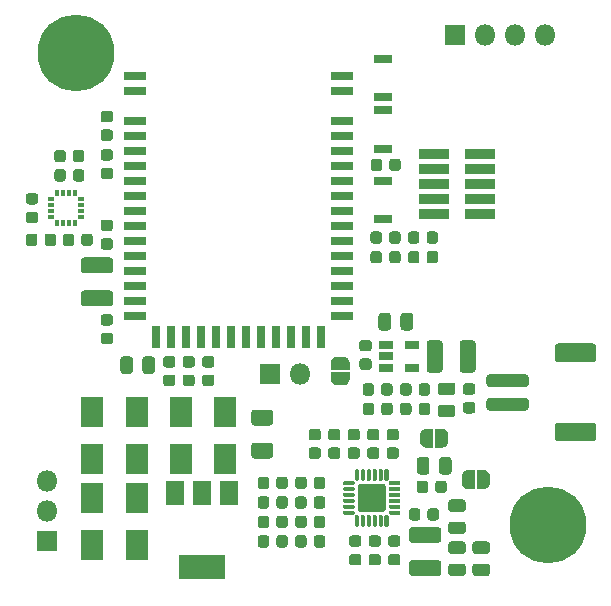
<source format=gbr>
%TF.GenerationSoftware,KiCad,Pcbnew,(5.1.6)-1*%
%TF.CreationDate,2021-05-23T02:10:16+08:00*%
%TF.ProjectId,HKIA_Tracker,484b4941-5f54-4726-9163-6b65722e6b69,rev?*%
%TF.SameCoordinates,Original*%
%TF.FileFunction,Soldermask,Top*%
%TF.FilePolarity,Negative*%
%FSLAX46Y46*%
G04 Gerber Fmt 4.6, Leading zero omitted, Abs format (unit mm)*
G04 Created by KiCad (PCBNEW (5.1.6)-1) date 2021-05-23 02:10:16*
%MOMM*%
%LPD*%
G01*
G04 APERTURE LIST*
%ADD10O,1.800000X1.800000*%
%ADD11R,1.800000X1.800000*%
%ADD12C,6.500000*%
%ADD13R,1.600000X2.100000*%
%ADD14R,3.900000X2.100000*%
%ADD15R,0.400000X0.550000*%
%ADD16R,0.550000X0.400000*%
%ADD17R,1.160000X0.750000*%
%ADD18R,1.900000X0.800000*%
%ADD19R,0.800000X1.900000*%
%ADD20R,1.600000X0.650000*%
%ADD21C,0.100000*%
%ADD22R,2.500000X0.840000*%
%ADD23R,1.900000X2.600000*%
G04 APERTURE END LIST*
D10*
%TO.C,J5*%
X144741900Y-78473300D03*
X142201900Y-78473300D03*
X139661900Y-78473300D03*
D11*
X137121900Y-78473300D03*
%TD*%
D10*
%TO.C,J3*%
X123952000Y-107188000D03*
D11*
X121412000Y-107188000D03*
%TD*%
D12*
%TO.C,H2*%
X105000000Y-80000000D03*
%TD*%
%TO.C,H1*%
X145000000Y-120000000D03*
%TD*%
D10*
%TO.C,J1*%
X102514400Y-116255800D03*
X102514400Y-118795800D03*
D11*
X102514400Y-121335800D03*
%TD*%
D13*
%TO.C,D7*%
X117997000Y-117246000D03*
X113397000Y-117246000D03*
X115697000Y-117246000D03*
D14*
X115697000Y-123546000D03*
%TD*%
D15*
%TO.C,U5*%
X104439500Y-91828500D03*
X103939500Y-91828500D03*
X103439500Y-91828500D03*
X104939500Y-91828500D03*
D16*
X105464500Y-93853500D03*
X105464500Y-92853500D03*
X105464500Y-93353500D03*
X105464500Y-92353500D03*
D15*
X104939500Y-94378500D03*
X104439500Y-94378500D03*
X103939500Y-94378500D03*
X103439500Y-94378500D03*
D16*
X102914500Y-92853500D03*
X102914500Y-93353500D03*
X102914500Y-93853500D03*
X102914500Y-92353500D03*
%TD*%
D17*
%TO.C,U4*%
X133421300Y-104739400D03*
X133421300Y-106639400D03*
X131221300Y-106639400D03*
X131221300Y-105689400D03*
X131221300Y-104739400D03*
%TD*%
%TO.C,U2*%
G36*
G01*
X128623000Y-116128000D02*
X128623000Y-115328000D01*
G75*
G02*
X128710500Y-115240500I87500J0D01*
G01*
X128885500Y-115240500D01*
G75*
G02*
X128973000Y-115328000I0J-87500D01*
G01*
X128973000Y-116128000D01*
G75*
G02*
X128885500Y-116215500I-87500J0D01*
G01*
X128710500Y-116215500D01*
G75*
G02*
X128623000Y-116128000I0J87500D01*
G01*
G37*
G36*
G01*
X129123000Y-116128000D02*
X129123000Y-115328000D01*
G75*
G02*
X129210500Y-115240500I87500J0D01*
G01*
X129385500Y-115240500D01*
G75*
G02*
X129473000Y-115328000I0J-87500D01*
G01*
X129473000Y-116128000D01*
G75*
G02*
X129385500Y-116215500I-87500J0D01*
G01*
X129210500Y-116215500D01*
G75*
G02*
X129123000Y-116128000I0J87500D01*
G01*
G37*
G36*
G01*
X129623000Y-116128000D02*
X129623000Y-115328000D01*
G75*
G02*
X129710500Y-115240500I87500J0D01*
G01*
X129885500Y-115240500D01*
G75*
G02*
X129973000Y-115328000I0J-87500D01*
G01*
X129973000Y-116128000D01*
G75*
G02*
X129885500Y-116215500I-87500J0D01*
G01*
X129710500Y-116215500D01*
G75*
G02*
X129623000Y-116128000I0J87500D01*
G01*
G37*
G36*
G01*
X130123000Y-116128000D02*
X130123000Y-115328000D01*
G75*
G02*
X130210500Y-115240500I87500J0D01*
G01*
X130385500Y-115240500D01*
G75*
G02*
X130473000Y-115328000I0J-87500D01*
G01*
X130473000Y-116128000D01*
G75*
G02*
X130385500Y-116215500I-87500J0D01*
G01*
X130210500Y-116215500D01*
G75*
G02*
X130123000Y-116128000I0J87500D01*
G01*
G37*
G36*
G01*
X130623000Y-116128000D02*
X130623000Y-115328000D01*
G75*
G02*
X130710500Y-115240500I87500J0D01*
G01*
X130885500Y-115240500D01*
G75*
G02*
X130973000Y-115328000I0J-87500D01*
G01*
X130973000Y-116128000D01*
G75*
G02*
X130885500Y-116215500I-87500J0D01*
G01*
X130710500Y-116215500D01*
G75*
G02*
X130623000Y-116128000I0J87500D01*
G01*
G37*
G36*
G01*
X131123000Y-116128000D02*
X131123000Y-115328000D01*
G75*
G02*
X131210500Y-115240500I87500J0D01*
G01*
X131385500Y-115240500D01*
G75*
G02*
X131473000Y-115328000I0J-87500D01*
G01*
X131473000Y-116128000D01*
G75*
G02*
X131385500Y-116215500I-87500J0D01*
G01*
X131210500Y-116215500D01*
G75*
G02*
X131123000Y-116128000I0J87500D01*
G01*
G37*
G36*
G01*
X131498000Y-116503000D02*
X131498000Y-116328000D01*
G75*
G02*
X131585500Y-116240500I87500J0D01*
G01*
X132385500Y-116240500D01*
G75*
G02*
X132473000Y-116328000I0J-87500D01*
G01*
X132473000Y-116503000D01*
G75*
G02*
X132385500Y-116590500I-87500J0D01*
G01*
X131585500Y-116590500D01*
G75*
G02*
X131498000Y-116503000I0J87500D01*
G01*
G37*
G36*
G01*
X131498000Y-117003000D02*
X131498000Y-116828000D01*
G75*
G02*
X131585500Y-116740500I87500J0D01*
G01*
X132385500Y-116740500D01*
G75*
G02*
X132473000Y-116828000I0J-87500D01*
G01*
X132473000Y-117003000D01*
G75*
G02*
X132385500Y-117090500I-87500J0D01*
G01*
X131585500Y-117090500D01*
G75*
G02*
X131498000Y-117003000I0J87500D01*
G01*
G37*
G36*
G01*
X131498000Y-117503000D02*
X131498000Y-117328000D01*
G75*
G02*
X131585500Y-117240500I87500J0D01*
G01*
X132385500Y-117240500D01*
G75*
G02*
X132473000Y-117328000I0J-87500D01*
G01*
X132473000Y-117503000D01*
G75*
G02*
X132385500Y-117590500I-87500J0D01*
G01*
X131585500Y-117590500D01*
G75*
G02*
X131498000Y-117503000I0J87500D01*
G01*
G37*
G36*
G01*
X131498000Y-118003000D02*
X131498000Y-117828000D01*
G75*
G02*
X131585500Y-117740500I87500J0D01*
G01*
X132385500Y-117740500D01*
G75*
G02*
X132473000Y-117828000I0J-87500D01*
G01*
X132473000Y-118003000D01*
G75*
G02*
X132385500Y-118090500I-87500J0D01*
G01*
X131585500Y-118090500D01*
G75*
G02*
X131498000Y-118003000I0J87500D01*
G01*
G37*
G36*
G01*
X131498000Y-118503000D02*
X131498000Y-118328000D01*
G75*
G02*
X131585500Y-118240500I87500J0D01*
G01*
X132385500Y-118240500D01*
G75*
G02*
X132473000Y-118328000I0J-87500D01*
G01*
X132473000Y-118503000D01*
G75*
G02*
X132385500Y-118590500I-87500J0D01*
G01*
X131585500Y-118590500D01*
G75*
G02*
X131498000Y-118503000I0J87500D01*
G01*
G37*
G36*
G01*
X131498000Y-119003000D02*
X131498000Y-118828000D01*
G75*
G02*
X131585500Y-118740500I87500J0D01*
G01*
X132385500Y-118740500D01*
G75*
G02*
X132473000Y-118828000I0J-87500D01*
G01*
X132473000Y-119003000D01*
G75*
G02*
X132385500Y-119090500I-87500J0D01*
G01*
X131585500Y-119090500D01*
G75*
G02*
X131498000Y-119003000I0J87500D01*
G01*
G37*
G36*
G01*
X131123000Y-120003000D02*
X131123000Y-119203000D01*
G75*
G02*
X131210500Y-119115500I87500J0D01*
G01*
X131385500Y-119115500D01*
G75*
G02*
X131473000Y-119203000I0J-87500D01*
G01*
X131473000Y-120003000D01*
G75*
G02*
X131385500Y-120090500I-87500J0D01*
G01*
X131210500Y-120090500D01*
G75*
G02*
X131123000Y-120003000I0J87500D01*
G01*
G37*
G36*
G01*
X130623000Y-120003000D02*
X130623000Y-119203000D01*
G75*
G02*
X130710500Y-119115500I87500J0D01*
G01*
X130885500Y-119115500D01*
G75*
G02*
X130973000Y-119203000I0J-87500D01*
G01*
X130973000Y-120003000D01*
G75*
G02*
X130885500Y-120090500I-87500J0D01*
G01*
X130710500Y-120090500D01*
G75*
G02*
X130623000Y-120003000I0J87500D01*
G01*
G37*
G36*
G01*
X130123000Y-120003000D02*
X130123000Y-119203000D01*
G75*
G02*
X130210500Y-119115500I87500J0D01*
G01*
X130385500Y-119115500D01*
G75*
G02*
X130473000Y-119203000I0J-87500D01*
G01*
X130473000Y-120003000D01*
G75*
G02*
X130385500Y-120090500I-87500J0D01*
G01*
X130210500Y-120090500D01*
G75*
G02*
X130123000Y-120003000I0J87500D01*
G01*
G37*
G36*
G01*
X129623000Y-120003000D02*
X129623000Y-119203000D01*
G75*
G02*
X129710500Y-119115500I87500J0D01*
G01*
X129885500Y-119115500D01*
G75*
G02*
X129973000Y-119203000I0J-87500D01*
G01*
X129973000Y-120003000D01*
G75*
G02*
X129885500Y-120090500I-87500J0D01*
G01*
X129710500Y-120090500D01*
G75*
G02*
X129623000Y-120003000I0J87500D01*
G01*
G37*
G36*
G01*
X129123000Y-120003000D02*
X129123000Y-119203000D01*
G75*
G02*
X129210500Y-119115500I87500J0D01*
G01*
X129385500Y-119115500D01*
G75*
G02*
X129473000Y-119203000I0J-87500D01*
G01*
X129473000Y-120003000D01*
G75*
G02*
X129385500Y-120090500I-87500J0D01*
G01*
X129210500Y-120090500D01*
G75*
G02*
X129123000Y-120003000I0J87500D01*
G01*
G37*
G36*
G01*
X128623000Y-120003000D02*
X128623000Y-119203000D01*
G75*
G02*
X128710500Y-119115500I87500J0D01*
G01*
X128885500Y-119115500D01*
G75*
G02*
X128973000Y-119203000I0J-87500D01*
G01*
X128973000Y-120003000D01*
G75*
G02*
X128885500Y-120090500I-87500J0D01*
G01*
X128710500Y-120090500D01*
G75*
G02*
X128623000Y-120003000I0J87500D01*
G01*
G37*
G36*
G01*
X127623000Y-119003000D02*
X127623000Y-118828000D01*
G75*
G02*
X127710500Y-118740500I87500J0D01*
G01*
X128510500Y-118740500D01*
G75*
G02*
X128598000Y-118828000I0J-87500D01*
G01*
X128598000Y-119003000D01*
G75*
G02*
X128510500Y-119090500I-87500J0D01*
G01*
X127710500Y-119090500D01*
G75*
G02*
X127623000Y-119003000I0J87500D01*
G01*
G37*
G36*
G01*
X127623000Y-118503000D02*
X127623000Y-118328000D01*
G75*
G02*
X127710500Y-118240500I87500J0D01*
G01*
X128510500Y-118240500D01*
G75*
G02*
X128598000Y-118328000I0J-87500D01*
G01*
X128598000Y-118503000D01*
G75*
G02*
X128510500Y-118590500I-87500J0D01*
G01*
X127710500Y-118590500D01*
G75*
G02*
X127623000Y-118503000I0J87500D01*
G01*
G37*
G36*
G01*
X127623000Y-118003000D02*
X127623000Y-117828000D01*
G75*
G02*
X127710500Y-117740500I87500J0D01*
G01*
X128510500Y-117740500D01*
G75*
G02*
X128598000Y-117828000I0J-87500D01*
G01*
X128598000Y-118003000D01*
G75*
G02*
X128510500Y-118090500I-87500J0D01*
G01*
X127710500Y-118090500D01*
G75*
G02*
X127623000Y-118003000I0J87500D01*
G01*
G37*
G36*
G01*
X127623000Y-117503000D02*
X127623000Y-117328000D01*
G75*
G02*
X127710500Y-117240500I87500J0D01*
G01*
X128510500Y-117240500D01*
G75*
G02*
X128598000Y-117328000I0J-87500D01*
G01*
X128598000Y-117503000D01*
G75*
G02*
X128510500Y-117590500I-87500J0D01*
G01*
X127710500Y-117590500D01*
G75*
G02*
X127623000Y-117503000I0J87500D01*
G01*
G37*
G36*
G01*
X127623000Y-117003000D02*
X127623000Y-116828000D01*
G75*
G02*
X127710500Y-116740500I87500J0D01*
G01*
X128510500Y-116740500D01*
G75*
G02*
X128598000Y-116828000I0J-87500D01*
G01*
X128598000Y-117003000D01*
G75*
G02*
X128510500Y-117090500I-87500J0D01*
G01*
X127710500Y-117090500D01*
G75*
G02*
X127623000Y-117003000I0J87500D01*
G01*
G37*
G36*
G01*
X127623000Y-116503000D02*
X127623000Y-116328000D01*
G75*
G02*
X127710500Y-116240500I87500J0D01*
G01*
X128510500Y-116240500D01*
G75*
G02*
X128598000Y-116328000I0J-87500D01*
G01*
X128598000Y-116503000D01*
G75*
G02*
X128510500Y-116590500I-87500J0D01*
G01*
X127710500Y-116590500D01*
G75*
G02*
X127623000Y-116503000I0J87500D01*
G01*
G37*
G36*
G01*
X128848000Y-118604630D02*
X128848000Y-116726370D01*
G75*
G02*
X129108870Y-116465500I260870J0D01*
G01*
X130987130Y-116465500D01*
G75*
G02*
X131248000Y-116726370I0J-260870D01*
G01*
X131248000Y-118604630D01*
G75*
G02*
X130987130Y-118865500I-260870J0D01*
G01*
X129108870Y-118865500D01*
G75*
G02*
X128848000Y-118604630I0J260870D01*
G01*
G37*
%TD*%
D18*
%TO.C,U1*%
X127545800Y-81942000D03*
X127545800Y-83212000D03*
X127545800Y-85752000D03*
X127545800Y-87022000D03*
X127545800Y-88292000D03*
X127545800Y-89562000D03*
X127545800Y-90832000D03*
X127545800Y-92102000D03*
X127545800Y-93372000D03*
X127545800Y-94642000D03*
X127545800Y-95912000D03*
X127545800Y-97182000D03*
X127545800Y-98452000D03*
X127545800Y-99722000D03*
X127545800Y-100992000D03*
X127545800Y-102262000D03*
D19*
X125780800Y-104012000D03*
X124510800Y-104012000D03*
X123240800Y-104012000D03*
X121970800Y-104012000D03*
X120700800Y-104012000D03*
X119430800Y-104012000D03*
X118160800Y-104012000D03*
X116890800Y-104012000D03*
X115620800Y-104012000D03*
X114350800Y-104012000D03*
X113080800Y-104012000D03*
X111810800Y-104012000D03*
D18*
X110045800Y-102262000D03*
X110045800Y-100992000D03*
X110045800Y-99722000D03*
X110045800Y-98452000D03*
X110045800Y-97182000D03*
X110045800Y-95912000D03*
X110045800Y-94642000D03*
X110045800Y-93372000D03*
X110045800Y-92102000D03*
X110045800Y-90832000D03*
X110045800Y-89562000D03*
X110045800Y-88292000D03*
X110045800Y-87022000D03*
X110045800Y-85752000D03*
X110045800Y-83212000D03*
X110045800Y-81942000D03*
%TD*%
D20*
%TO.C,SW3*%
X130987800Y-88112000D03*
X130987800Y-84862000D03*
%TD*%
%TO.C,SW2*%
X130987800Y-80480500D03*
X130987800Y-83730500D03*
%TD*%
%TO.C,SW1*%
X130987800Y-94081000D03*
X130987800Y-90831000D03*
%TD*%
%TO.C,R29*%
G36*
G01*
X130456250Y-112793500D02*
X129893750Y-112793500D01*
G75*
G02*
X129650000Y-112549750I0J243750D01*
G01*
X129650000Y-112062250D01*
G75*
G02*
X129893750Y-111818500I243750J0D01*
G01*
X130456250Y-111818500D01*
G75*
G02*
X130700000Y-112062250I0J-243750D01*
G01*
X130700000Y-112549750D01*
G75*
G02*
X130456250Y-112793500I-243750J0D01*
G01*
G37*
G36*
G01*
X130456250Y-114368500D02*
X129893750Y-114368500D01*
G75*
G02*
X129650000Y-114124750I0J243750D01*
G01*
X129650000Y-113637250D01*
G75*
G02*
X129893750Y-113393500I243750J0D01*
G01*
X130456250Y-113393500D01*
G75*
G02*
X130700000Y-113637250I0J-243750D01*
G01*
X130700000Y-114124750D01*
G75*
G02*
X130456250Y-114368500I-243750J0D01*
G01*
G37*
%TD*%
%TO.C,R28*%
G36*
G01*
X130243300Y-108202150D02*
X130243300Y-108764650D01*
G75*
G02*
X129999550Y-109008400I-243750J0D01*
G01*
X129512050Y-109008400D01*
G75*
G02*
X129268300Y-108764650I0J243750D01*
G01*
X129268300Y-108202150D01*
G75*
G02*
X129512050Y-107958400I243750J0D01*
G01*
X129999550Y-107958400D01*
G75*
G02*
X130243300Y-108202150I0J-243750D01*
G01*
G37*
G36*
G01*
X131818300Y-108202150D02*
X131818300Y-108764650D01*
G75*
G02*
X131574550Y-109008400I-243750J0D01*
G01*
X131087050Y-109008400D01*
G75*
G02*
X130843300Y-108764650I0J243750D01*
G01*
X130843300Y-108202150D01*
G75*
G02*
X131087050Y-107958400I243750J0D01*
G01*
X131574550Y-107958400D01*
G75*
G02*
X131818300Y-108202150I0J-243750D01*
G01*
G37*
%TD*%
%TO.C,R27*%
G36*
G01*
X133418300Y-108202150D02*
X133418300Y-108764650D01*
G75*
G02*
X133174550Y-109008400I-243750J0D01*
G01*
X132687050Y-109008400D01*
G75*
G02*
X132443300Y-108764650I0J243750D01*
G01*
X132443300Y-108202150D01*
G75*
G02*
X132687050Y-107958400I243750J0D01*
G01*
X133174550Y-107958400D01*
G75*
G02*
X133418300Y-108202150I0J-243750D01*
G01*
G37*
G36*
G01*
X134993300Y-108202150D02*
X134993300Y-108764650D01*
G75*
G02*
X134749550Y-109008400I-243750J0D01*
G01*
X134262050Y-109008400D01*
G75*
G02*
X134018300Y-108764650I0J243750D01*
G01*
X134018300Y-108202150D01*
G75*
G02*
X134262050Y-107958400I243750J0D01*
G01*
X134749550Y-107958400D01*
G75*
G02*
X134993300Y-108202150I0J-243750D01*
G01*
G37*
%TD*%
%TO.C,R26*%
G36*
G01*
X104856000Y-95540250D02*
X104856000Y-96102750D01*
G75*
G02*
X104612250Y-96346500I-243750J0D01*
G01*
X104124750Y-96346500D01*
G75*
G02*
X103881000Y-96102750I0J243750D01*
G01*
X103881000Y-95540250D01*
G75*
G02*
X104124750Y-95296500I243750J0D01*
G01*
X104612250Y-95296500D01*
G75*
G02*
X104856000Y-95540250I0J-243750D01*
G01*
G37*
G36*
G01*
X106431000Y-95540250D02*
X106431000Y-96102750D01*
G75*
G02*
X106187250Y-96346500I-243750J0D01*
G01*
X105699750Y-96346500D01*
G75*
G02*
X105456000Y-96102750I0J243750D01*
G01*
X105456000Y-95540250D01*
G75*
G02*
X105699750Y-95296500I243750J0D01*
G01*
X106187250Y-95296500D01*
G75*
G02*
X106431000Y-95540250I0J-243750D01*
G01*
G37*
%TD*%
%TO.C,R25*%
G36*
G01*
X102344500Y-96102750D02*
X102344500Y-95540250D01*
G75*
G02*
X102588250Y-95296500I243750J0D01*
G01*
X103075750Y-95296500D01*
G75*
G02*
X103319500Y-95540250I0J-243750D01*
G01*
X103319500Y-96102750D01*
G75*
G02*
X103075750Y-96346500I-243750J0D01*
G01*
X102588250Y-96346500D01*
G75*
G02*
X102344500Y-96102750I0J243750D01*
G01*
G37*
G36*
G01*
X100769500Y-96102750D02*
X100769500Y-95540250D01*
G75*
G02*
X101013250Y-95296500I243750J0D01*
G01*
X101500750Y-95296500D01*
G75*
G02*
X101744500Y-95540250I0J-243750D01*
G01*
X101744500Y-96102750D01*
G75*
G02*
X101500750Y-96346500I-243750J0D01*
G01*
X101013250Y-96346500D01*
G75*
G02*
X100769500Y-96102750I0J243750D01*
G01*
G37*
%TD*%
%TO.C,R19*%
G36*
G01*
X121366000Y-117765250D02*
X121366000Y-118327750D01*
G75*
G02*
X121122250Y-118571500I-243750J0D01*
G01*
X120634750Y-118571500D01*
G75*
G02*
X120391000Y-118327750I0J243750D01*
G01*
X120391000Y-117765250D01*
G75*
G02*
X120634750Y-117521500I243750J0D01*
G01*
X121122250Y-117521500D01*
G75*
G02*
X121366000Y-117765250I0J-243750D01*
G01*
G37*
G36*
G01*
X122941000Y-117765250D02*
X122941000Y-118327750D01*
G75*
G02*
X122697250Y-118571500I-243750J0D01*
G01*
X122209750Y-118571500D01*
G75*
G02*
X121966000Y-118327750I0J243750D01*
G01*
X121966000Y-117765250D01*
G75*
G02*
X122209750Y-117521500I243750J0D01*
G01*
X122697250Y-117521500D01*
G75*
G02*
X122941000Y-117765250I0J-243750D01*
G01*
G37*
%TD*%
%TO.C,R18*%
G36*
G01*
X121966000Y-119978750D02*
X121966000Y-119416250D01*
G75*
G02*
X122209750Y-119172500I243750J0D01*
G01*
X122697250Y-119172500D01*
G75*
G02*
X122941000Y-119416250I0J-243750D01*
G01*
X122941000Y-119978750D01*
G75*
G02*
X122697250Y-120222500I-243750J0D01*
G01*
X122209750Y-120222500D01*
G75*
G02*
X121966000Y-119978750I0J243750D01*
G01*
G37*
G36*
G01*
X120391000Y-119978750D02*
X120391000Y-119416250D01*
G75*
G02*
X120634750Y-119172500I243750J0D01*
G01*
X121122250Y-119172500D01*
G75*
G02*
X121366000Y-119416250I0J-243750D01*
G01*
X121366000Y-119978750D01*
G75*
G02*
X121122250Y-120222500I-243750J0D01*
G01*
X120634750Y-120222500D01*
G75*
G02*
X120391000Y-119978750I0J243750D01*
G01*
G37*
%TD*%
%TO.C,R17*%
G36*
G01*
X125141000Y-118340450D02*
X125141000Y-117777950D01*
G75*
G02*
X125384750Y-117534200I243750J0D01*
G01*
X125872250Y-117534200D01*
G75*
G02*
X126116000Y-117777950I0J-243750D01*
G01*
X126116000Y-118340450D01*
G75*
G02*
X125872250Y-118584200I-243750J0D01*
G01*
X125384750Y-118584200D01*
G75*
G02*
X125141000Y-118340450I0J243750D01*
G01*
G37*
G36*
G01*
X123566000Y-118340450D02*
X123566000Y-117777950D01*
G75*
G02*
X123809750Y-117534200I243750J0D01*
G01*
X124297250Y-117534200D01*
G75*
G02*
X124541000Y-117777950I0J-243750D01*
G01*
X124541000Y-118340450D01*
G75*
G02*
X124297250Y-118584200I-243750J0D01*
G01*
X123809750Y-118584200D01*
G75*
G02*
X123566000Y-118340450I0J243750D01*
G01*
G37*
%TD*%
%TO.C,R16*%
G36*
G01*
X121966000Y-116676750D02*
X121966000Y-116114250D01*
G75*
G02*
X122209750Y-115870500I243750J0D01*
G01*
X122697250Y-115870500D01*
G75*
G02*
X122941000Y-116114250I0J-243750D01*
G01*
X122941000Y-116676750D01*
G75*
G02*
X122697250Y-116920500I-243750J0D01*
G01*
X122209750Y-116920500D01*
G75*
G02*
X121966000Y-116676750I0J243750D01*
G01*
G37*
G36*
G01*
X120391000Y-116676750D02*
X120391000Y-116114250D01*
G75*
G02*
X120634750Y-115870500I243750J0D01*
G01*
X121122250Y-115870500D01*
G75*
G02*
X121366000Y-116114250I0J-243750D01*
G01*
X121366000Y-116676750D01*
G75*
G02*
X121122250Y-116920500I-243750J0D01*
G01*
X120634750Y-116920500D01*
G75*
G02*
X120391000Y-116676750I0J243750D01*
G01*
G37*
%TD*%
%TO.C,R15*%
G36*
G01*
X128805250Y-112793500D02*
X128242750Y-112793500D01*
G75*
G02*
X127999000Y-112549750I0J243750D01*
G01*
X127999000Y-112062250D01*
G75*
G02*
X128242750Y-111818500I243750J0D01*
G01*
X128805250Y-111818500D01*
G75*
G02*
X129049000Y-112062250I0J-243750D01*
G01*
X129049000Y-112549750D01*
G75*
G02*
X128805250Y-112793500I-243750J0D01*
G01*
G37*
G36*
G01*
X128805250Y-114368500D02*
X128242750Y-114368500D01*
G75*
G02*
X127999000Y-114124750I0J243750D01*
G01*
X127999000Y-113637250D01*
G75*
G02*
X128242750Y-113393500I243750J0D01*
G01*
X128805250Y-113393500D01*
G75*
G02*
X129049000Y-113637250I0J-243750D01*
G01*
X129049000Y-114124750D01*
G75*
G02*
X128805250Y-114368500I-243750J0D01*
G01*
G37*
%TD*%
%TO.C,R14*%
G36*
G01*
X132107250Y-112793500D02*
X131544750Y-112793500D01*
G75*
G02*
X131301000Y-112549750I0J243750D01*
G01*
X131301000Y-112062250D01*
G75*
G02*
X131544750Y-111818500I243750J0D01*
G01*
X132107250Y-111818500D01*
G75*
G02*
X132351000Y-112062250I0J-243750D01*
G01*
X132351000Y-112549750D01*
G75*
G02*
X132107250Y-112793500I-243750J0D01*
G01*
G37*
G36*
G01*
X132107250Y-114368500D02*
X131544750Y-114368500D01*
G75*
G02*
X131301000Y-114124750I0J243750D01*
G01*
X131301000Y-113637250D01*
G75*
G02*
X131544750Y-113393500I243750J0D01*
G01*
X132107250Y-113393500D01*
G75*
G02*
X132351000Y-113637250I0J-243750D01*
G01*
X132351000Y-114124750D01*
G75*
G02*
X132107250Y-114368500I-243750J0D01*
G01*
G37*
%TD*%
%TO.C,R13*%
G36*
G01*
X125503250Y-112793500D02*
X124940750Y-112793500D01*
G75*
G02*
X124697000Y-112549750I0J243750D01*
G01*
X124697000Y-112062250D01*
G75*
G02*
X124940750Y-111818500I243750J0D01*
G01*
X125503250Y-111818500D01*
G75*
G02*
X125747000Y-112062250I0J-243750D01*
G01*
X125747000Y-112549750D01*
G75*
G02*
X125503250Y-112793500I-243750J0D01*
G01*
G37*
G36*
G01*
X125503250Y-114368500D02*
X124940750Y-114368500D01*
G75*
G02*
X124697000Y-114124750I0J243750D01*
G01*
X124697000Y-113637250D01*
G75*
G02*
X124940750Y-113393500I243750J0D01*
G01*
X125503250Y-113393500D01*
G75*
G02*
X125747000Y-113637250I0J-243750D01*
G01*
X125747000Y-114124750D01*
G75*
G02*
X125503250Y-114368500I-243750J0D01*
G01*
G37*
%TD*%
%TO.C,R12*%
G36*
G01*
X127154250Y-112793500D02*
X126591750Y-112793500D01*
G75*
G02*
X126348000Y-112549750I0J243750D01*
G01*
X126348000Y-112062250D01*
G75*
G02*
X126591750Y-111818500I243750J0D01*
G01*
X127154250Y-111818500D01*
G75*
G02*
X127398000Y-112062250I0J-243750D01*
G01*
X127398000Y-112549750D01*
G75*
G02*
X127154250Y-112793500I-243750J0D01*
G01*
G37*
G36*
G01*
X127154250Y-114368500D02*
X126591750Y-114368500D01*
G75*
G02*
X126348000Y-114124750I0J243750D01*
G01*
X126348000Y-113637250D01*
G75*
G02*
X126591750Y-113393500I243750J0D01*
G01*
X127154250Y-113393500D01*
G75*
G02*
X127398000Y-113637250I0J-243750D01*
G01*
X127398000Y-114124750D01*
G75*
G02*
X127154250Y-114368500I-243750J0D01*
G01*
G37*
%TD*%
%TO.C,R11*%
G36*
G01*
X121966000Y-121629750D02*
X121966000Y-121067250D01*
G75*
G02*
X122209750Y-120823500I243750J0D01*
G01*
X122697250Y-120823500D01*
G75*
G02*
X122941000Y-121067250I0J-243750D01*
G01*
X122941000Y-121629750D01*
G75*
G02*
X122697250Y-121873500I-243750J0D01*
G01*
X122209750Y-121873500D01*
G75*
G02*
X121966000Y-121629750I0J243750D01*
G01*
G37*
G36*
G01*
X120391000Y-121629750D02*
X120391000Y-121067250D01*
G75*
G02*
X120634750Y-120823500I243750J0D01*
G01*
X121122250Y-120823500D01*
G75*
G02*
X121366000Y-121067250I0J-243750D01*
G01*
X121366000Y-121629750D01*
G75*
G02*
X121122250Y-121873500I-243750J0D01*
G01*
X120634750Y-121873500D01*
G75*
G02*
X120391000Y-121629750I0J243750D01*
G01*
G37*
%TD*%
%TO.C,R10*%
G36*
G01*
X125141000Y-119978750D02*
X125141000Y-119416250D01*
G75*
G02*
X125384750Y-119172500I243750J0D01*
G01*
X125872250Y-119172500D01*
G75*
G02*
X126116000Y-119416250I0J-243750D01*
G01*
X126116000Y-119978750D01*
G75*
G02*
X125872250Y-120222500I-243750J0D01*
G01*
X125384750Y-120222500D01*
G75*
G02*
X125141000Y-119978750I0J243750D01*
G01*
G37*
G36*
G01*
X123566000Y-119978750D02*
X123566000Y-119416250D01*
G75*
G02*
X123809750Y-119172500I243750J0D01*
G01*
X124297250Y-119172500D01*
G75*
G02*
X124541000Y-119416250I0J-243750D01*
G01*
X124541000Y-119978750D01*
G75*
G02*
X124297250Y-120222500I-243750J0D01*
G01*
X123809750Y-120222500D01*
G75*
G02*
X123566000Y-119978750I0J243750D01*
G01*
G37*
%TD*%
%TO.C,R9*%
G36*
G01*
X125141000Y-116676750D02*
X125141000Y-116114250D01*
G75*
G02*
X125384750Y-115870500I243750J0D01*
G01*
X125872250Y-115870500D01*
G75*
G02*
X126116000Y-116114250I0J-243750D01*
G01*
X126116000Y-116676750D01*
G75*
G02*
X125872250Y-116920500I-243750J0D01*
G01*
X125384750Y-116920500D01*
G75*
G02*
X125141000Y-116676750I0J243750D01*
G01*
G37*
G36*
G01*
X123566000Y-116676750D02*
X123566000Y-116114250D01*
G75*
G02*
X123809750Y-115870500I243750J0D01*
G01*
X124297250Y-115870500D01*
G75*
G02*
X124541000Y-116114250I0J-243750D01*
G01*
X124541000Y-116676750D01*
G75*
G02*
X124297250Y-116920500I-243750J0D01*
G01*
X123809750Y-116920500D01*
G75*
G02*
X123566000Y-116676750I0J243750D01*
G01*
G37*
%TD*%
%TO.C,R8*%
G36*
G01*
X130916400Y-95349750D02*
X130916400Y-95912250D01*
G75*
G02*
X130672650Y-96156000I-243750J0D01*
G01*
X130185150Y-96156000D01*
G75*
G02*
X129941400Y-95912250I0J243750D01*
G01*
X129941400Y-95349750D01*
G75*
G02*
X130185150Y-95106000I243750J0D01*
G01*
X130672650Y-95106000D01*
G75*
G02*
X130916400Y-95349750I0J-243750D01*
G01*
G37*
G36*
G01*
X132491400Y-95349750D02*
X132491400Y-95912250D01*
G75*
G02*
X132247650Y-96156000I-243750J0D01*
G01*
X131760150Y-96156000D01*
G75*
G02*
X131516400Y-95912250I0J243750D01*
G01*
X131516400Y-95349750D01*
G75*
G02*
X131760150Y-95106000I243750J0D01*
G01*
X132247650Y-95106000D01*
G75*
G02*
X132491400Y-95349750I0J-243750D01*
G01*
G37*
%TD*%
%TO.C,R7*%
G36*
G01*
X130916400Y-97000750D02*
X130916400Y-97563250D01*
G75*
G02*
X130672650Y-97807000I-243750J0D01*
G01*
X130185150Y-97807000D01*
G75*
G02*
X129941400Y-97563250I0J243750D01*
G01*
X129941400Y-97000750D01*
G75*
G02*
X130185150Y-96757000I243750J0D01*
G01*
X130672650Y-96757000D01*
G75*
G02*
X130916400Y-97000750I0J-243750D01*
G01*
G37*
G36*
G01*
X132491400Y-97000750D02*
X132491400Y-97563250D01*
G75*
G02*
X132247650Y-97807000I-243750J0D01*
G01*
X131760150Y-97807000D01*
G75*
G02*
X131516400Y-97563250I0J243750D01*
G01*
X131516400Y-97000750D01*
G75*
G02*
X131760150Y-96757000I243750J0D01*
G01*
X132247650Y-96757000D01*
G75*
G02*
X132491400Y-97000750I0J-243750D01*
G01*
G37*
%TD*%
%TO.C,R6*%
G36*
G01*
X114272750Y-107234000D02*
X114835250Y-107234000D01*
G75*
G02*
X115079000Y-107477750I0J-243750D01*
G01*
X115079000Y-107965250D01*
G75*
G02*
X114835250Y-108209000I-243750J0D01*
G01*
X114272750Y-108209000D01*
G75*
G02*
X114029000Y-107965250I0J243750D01*
G01*
X114029000Y-107477750D01*
G75*
G02*
X114272750Y-107234000I243750J0D01*
G01*
G37*
G36*
G01*
X114272750Y-105659000D02*
X114835250Y-105659000D01*
G75*
G02*
X115079000Y-105902750I0J-243750D01*
G01*
X115079000Y-106390250D01*
G75*
G02*
X114835250Y-106634000I-243750J0D01*
G01*
X114272750Y-106634000D01*
G75*
G02*
X114029000Y-106390250I0J243750D01*
G01*
X114029000Y-105902750D01*
G75*
G02*
X114272750Y-105659000I243750J0D01*
G01*
G37*
%TD*%
%TO.C,R5*%
G36*
G01*
X115923750Y-107234000D02*
X116486250Y-107234000D01*
G75*
G02*
X116730000Y-107477750I0J-243750D01*
G01*
X116730000Y-107965250D01*
G75*
G02*
X116486250Y-108209000I-243750J0D01*
G01*
X115923750Y-108209000D01*
G75*
G02*
X115680000Y-107965250I0J243750D01*
G01*
X115680000Y-107477750D01*
G75*
G02*
X115923750Y-107234000I243750J0D01*
G01*
G37*
G36*
G01*
X115923750Y-105659000D02*
X116486250Y-105659000D01*
G75*
G02*
X116730000Y-105902750I0J-243750D01*
G01*
X116730000Y-106390250D01*
G75*
G02*
X116486250Y-106634000I-243750J0D01*
G01*
X115923750Y-106634000D01*
G75*
G02*
X115680000Y-106390250I0J243750D01*
G01*
X115680000Y-105902750D01*
G75*
G02*
X115923750Y-105659000I243750J0D01*
G01*
G37*
%TD*%
%TO.C,R4*%
G36*
G01*
X125141000Y-121629750D02*
X125141000Y-121067250D01*
G75*
G02*
X125384750Y-120823500I243750J0D01*
G01*
X125872250Y-120823500D01*
G75*
G02*
X126116000Y-121067250I0J-243750D01*
G01*
X126116000Y-121629750D01*
G75*
G02*
X125872250Y-121873500I-243750J0D01*
G01*
X125384750Y-121873500D01*
G75*
G02*
X125141000Y-121629750I0J243750D01*
G01*
G37*
G36*
G01*
X123566000Y-121629750D02*
X123566000Y-121067250D01*
G75*
G02*
X123809750Y-120823500I243750J0D01*
G01*
X124297250Y-120823500D01*
G75*
G02*
X124541000Y-121067250I0J-243750D01*
G01*
X124541000Y-121629750D01*
G75*
G02*
X124297250Y-121873500I-243750J0D01*
G01*
X123809750Y-121873500D01*
G75*
G02*
X123566000Y-121629750I0J243750D01*
G01*
G37*
%TD*%
%TO.C,R3*%
G36*
G01*
X130020750Y-122410500D02*
X130583250Y-122410500D01*
G75*
G02*
X130827000Y-122654250I0J-243750D01*
G01*
X130827000Y-123141750D01*
G75*
G02*
X130583250Y-123385500I-243750J0D01*
G01*
X130020750Y-123385500D01*
G75*
G02*
X129777000Y-123141750I0J243750D01*
G01*
X129777000Y-122654250D01*
G75*
G02*
X130020750Y-122410500I243750J0D01*
G01*
G37*
G36*
G01*
X130020750Y-120835500D02*
X130583250Y-120835500D01*
G75*
G02*
X130827000Y-121079250I0J-243750D01*
G01*
X130827000Y-121566750D01*
G75*
G02*
X130583250Y-121810500I-243750J0D01*
G01*
X130020750Y-121810500D01*
G75*
G02*
X129777000Y-121566750I0J243750D01*
G01*
X129777000Y-121079250D01*
G75*
G02*
X130020750Y-120835500I243750J0D01*
G01*
G37*
%TD*%
%TO.C,R2*%
G36*
G01*
X132234250Y-121810500D02*
X131671750Y-121810500D01*
G75*
G02*
X131428000Y-121566750I0J243750D01*
G01*
X131428000Y-121079250D01*
G75*
G02*
X131671750Y-120835500I243750J0D01*
G01*
X132234250Y-120835500D01*
G75*
G02*
X132478000Y-121079250I0J-243750D01*
G01*
X132478000Y-121566750D01*
G75*
G02*
X132234250Y-121810500I-243750J0D01*
G01*
G37*
G36*
G01*
X132234250Y-123385500D02*
X131671750Y-123385500D01*
G75*
G02*
X131428000Y-123141750I0J243750D01*
G01*
X131428000Y-122654250D01*
G75*
G02*
X131671750Y-122410500I243750J0D01*
G01*
X132234250Y-122410500D01*
G75*
G02*
X132478000Y-122654250I0J-243750D01*
G01*
X132478000Y-123141750D01*
G75*
G02*
X132234250Y-123385500I-243750J0D01*
G01*
G37*
%TD*%
%TO.C,R1*%
G36*
G01*
X131541800Y-89752750D02*
X131541800Y-89190250D01*
G75*
G02*
X131785550Y-88946500I243750J0D01*
G01*
X132273050Y-88946500D01*
G75*
G02*
X132516800Y-89190250I0J-243750D01*
G01*
X132516800Y-89752750D01*
G75*
G02*
X132273050Y-89996500I-243750J0D01*
G01*
X131785550Y-89996500D01*
G75*
G02*
X131541800Y-89752750I0J243750D01*
G01*
G37*
G36*
G01*
X129966800Y-89752750D02*
X129966800Y-89190250D01*
G75*
G02*
X130210550Y-88946500I243750J0D01*
G01*
X130698050Y-88946500D01*
G75*
G02*
X130941800Y-89190250I0J-243750D01*
G01*
X130941800Y-89752750D01*
G75*
G02*
X130698050Y-89996500I-243750J0D01*
G01*
X130210550Y-89996500D01*
G75*
G02*
X129966800Y-89752750I0J243750D01*
G01*
G37*
%TD*%
%TO.C,L3*%
G36*
G01*
X137491300Y-106794400D02*
X137491300Y-104584400D01*
G75*
G02*
X137761300Y-104314400I270000J0D01*
G01*
X138571300Y-104314400D01*
G75*
G02*
X138841300Y-104584400I0J-270000D01*
G01*
X138841300Y-106794400D01*
G75*
G02*
X138571300Y-107064400I-270000J0D01*
G01*
X137761300Y-107064400D01*
G75*
G02*
X137491300Y-106794400I0J270000D01*
G01*
G37*
G36*
G01*
X134691300Y-106794400D02*
X134691300Y-104584400D01*
G75*
G02*
X134961300Y-104314400I270000J0D01*
G01*
X135771300Y-104314400D01*
G75*
G02*
X136041300Y-104584400I0J-270000D01*
G01*
X136041300Y-106794400D01*
G75*
G02*
X135771300Y-107064400I-270000J0D01*
G01*
X134961300Y-107064400D01*
G75*
G02*
X134691300Y-106794400I0J270000D01*
G01*
G37*
%TD*%
%TO.C,L2*%
G36*
G01*
X135674200Y-121487100D02*
X133464200Y-121487100D01*
G75*
G02*
X133194200Y-121217100I0J270000D01*
G01*
X133194200Y-120407100D01*
G75*
G02*
X133464200Y-120137100I270000J0D01*
G01*
X135674200Y-120137100D01*
G75*
G02*
X135944200Y-120407100I0J-270000D01*
G01*
X135944200Y-121217100D01*
G75*
G02*
X135674200Y-121487100I-270000J0D01*
G01*
G37*
G36*
G01*
X135674200Y-124287100D02*
X133464200Y-124287100D01*
G75*
G02*
X133194200Y-124017100I0J270000D01*
G01*
X133194200Y-123207100D01*
G75*
G02*
X133464200Y-122937100I270000J0D01*
G01*
X135674200Y-122937100D01*
G75*
G02*
X135944200Y-123207100I0J-270000D01*
G01*
X135944200Y-124017100D01*
G75*
G02*
X135674200Y-124287100I-270000J0D01*
G01*
G37*
%TD*%
%TO.C,L1*%
G36*
G01*
X105689300Y-100102500D02*
X107899300Y-100102500D01*
G75*
G02*
X108169300Y-100372500I0J-270000D01*
G01*
X108169300Y-101182500D01*
G75*
G02*
X107899300Y-101452500I-270000J0D01*
G01*
X105689300Y-101452500D01*
G75*
G02*
X105419300Y-101182500I0J270000D01*
G01*
X105419300Y-100372500D01*
G75*
G02*
X105689300Y-100102500I270000J0D01*
G01*
G37*
G36*
G01*
X105689300Y-97302500D02*
X107899300Y-97302500D01*
G75*
G02*
X108169300Y-97572500I0J-270000D01*
G01*
X108169300Y-98382500D01*
G75*
G02*
X107899300Y-98652500I-270000J0D01*
G01*
X105689300Y-98652500D01*
G75*
G02*
X105419300Y-98382500I0J270000D01*
G01*
X105419300Y-97572500D01*
G75*
G02*
X105689300Y-97302500I270000J0D01*
G01*
G37*
%TD*%
D21*
%TO.C,JP3*%
G36*
X126581602Y-106262889D02*
G01*
X126581602Y-106244466D01*
X126581843Y-106239565D01*
X126586653Y-106190734D01*
X126587373Y-106185881D01*
X126596945Y-106137756D01*
X126598137Y-106132995D01*
X126612381Y-106086040D01*
X126614034Y-106081421D01*
X126632811Y-106036088D01*
X126634909Y-106031651D01*
X126658040Y-105988378D01*
X126660562Y-105984171D01*
X126687822Y-105943372D01*
X126690746Y-105939430D01*
X126721874Y-105901501D01*
X126725169Y-105897866D01*
X126759866Y-105863169D01*
X126763501Y-105859874D01*
X126801430Y-105828746D01*
X126805372Y-105825822D01*
X126846171Y-105798562D01*
X126850378Y-105796040D01*
X126893651Y-105772909D01*
X126898088Y-105770811D01*
X126943421Y-105752034D01*
X126948040Y-105750381D01*
X126994995Y-105736137D01*
X126999756Y-105734945D01*
X127047881Y-105725373D01*
X127052734Y-105724653D01*
X127101565Y-105719843D01*
X127106466Y-105719602D01*
X127124889Y-105719602D01*
X127131000Y-105719000D01*
X127631000Y-105719000D01*
X127637111Y-105719602D01*
X127655534Y-105719602D01*
X127660435Y-105719843D01*
X127709266Y-105724653D01*
X127714119Y-105725373D01*
X127762244Y-105734945D01*
X127767005Y-105736137D01*
X127813960Y-105750381D01*
X127818579Y-105752034D01*
X127863912Y-105770811D01*
X127868349Y-105772909D01*
X127911622Y-105796040D01*
X127915829Y-105798562D01*
X127956628Y-105825822D01*
X127960570Y-105828746D01*
X127998499Y-105859874D01*
X128002134Y-105863169D01*
X128036831Y-105897866D01*
X128040126Y-105901501D01*
X128071254Y-105939430D01*
X128074178Y-105943372D01*
X128101438Y-105984171D01*
X128103960Y-105988378D01*
X128127091Y-106031651D01*
X128129189Y-106036088D01*
X128147966Y-106081421D01*
X128149619Y-106086040D01*
X128163863Y-106132995D01*
X128165055Y-106137756D01*
X128174627Y-106185881D01*
X128175347Y-106190734D01*
X128180157Y-106239565D01*
X128180398Y-106244466D01*
X128180398Y-106262889D01*
X128181000Y-106269000D01*
X128181000Y-106769000D01*
X128180039Y-106778755D01*
X128177194Y-106788134D01*
X128172573Y-106796779D01*
X128166355Y-106804355D01*
X128158779Y-106810573D01*
X128150134Y-106815194D01*
X128140755Y-106818039D01*
X128131000Y-106819000D01*
X126631000Y-106819000D01*
X126621245Y-106818039D01*
X126611866Y-106815194D01*
X126603221Y-106810573D01*
X126595645Y-106804355D01*
X126589427Y-106796779D01*
X126584806Y-106788134D01*
X126581961Y-106778755D01*
X126581000Y-106769000D01*
X126581000Y-106269000D01*
X126581602Y-106262889D01*
G37*
G36*
X126581961Y-107059245D02*
G01*
X126584806Y-107049866D01*
X126589427Y-107041221D01*
X126595645Y-107033645D01*
X126603221Y-107027427D01*
X126611866Y-107022806D01*
X126621245Y-107019961D01*
X126631000Y-107019000D01*
X128131000Y-107019000D01*
X128140755Y-107019961D01*
X128150134Y-107022806D01*
X128158779Y-107027427D01*
X128166355Y-107033645D01*
X128172573Y-107041221D01*
X128177194Y-107049866D01*
X128180039Y-107059245D01*
X128181000Y-107069000D01*
X128181000Y-107569000D01*
X128180398Y-107575111D01*
X128180398Y-107593534D01*
X128180157Y-107598435D01*
X128175347Y-107647266D01*
X128174627Y-107652119D01*
X128165055Y-107700244D01*
X128163863Y-107705005D01*
X128149619Y-107751960D01*
X128147966Y-107756579D01*
X128129189Y-107801912D01*
X128127091Y-107806349D01*
X128103960Y-107849622D01*
X128101438Y-107853829D01*
X128074178Y-107894628D01*
X128071254Y-107898570D01*
X128040126Y-107936499D01*
X128036831Y-107940134D01*
X128002134Y-107974831D01*
X127998499Y-107978126D01*
X127960570Y-108009254D01*
X127956628Y-108012178D01*
X127915829Y-108039438D01*
X127911622Y-108041960D01*
X127868349Y-108065091D01*
X127863912Y-108067189D01*
X127818579Y-108085966D01*
X127813960Y-108087619D01*
X127767005Y-108101863D01*
X127762244Y-108103055D01*
X127714119Y-108112627D01*
X127709266Y-108113347D01*
X127660435Y-108118157D01*
X127655534Y-108118398D01*
X127637111Y-108118398D01*
X127631000Y-108119000D01*
X127131000Y-108119000D01*
X127124889Y-108118398D01*
X127106466Y-108118398D01*
X127101565Y-108118157D01*
X127052734Y-108113347D01*
X127047881Y-108112627D01*
X126999756Y-108103055D01*
X126994995Y-108101863D01*
X126948040Y-108087619D01*
X126943421Y-108085966D01*
X126898088Y-108067189D01*
X126893651Y-108065091D01*
X126850378Y-108041960D01*
X126846171Y-108039438D01*
X126805372Y-108012178D01*
X126801430Y-108009254D01*
X126763501Y-107978126D01*
X126759866Y-107974831D01*
X126725169Y-107940134D01*
X126721874Y-107936499D01*
X126690746Y-107898570D01*
X126687822Y-107894628D01*
X126660562Y-107853829D01*
X126658040Y-107849622D01*
X126634909Y-107806349D01*
X126632811Y-107801912D01*
X126614034Y-107756579D01*
X126612381Y-107751960D01*
X126598137Y-107705005D01*
X126596945Y-107700244D01*
X126587373Y-107652119D01*
X126586653Y-107647266D01*
X126581843Y-107598435D01*
X126581602Y-107593534D01*
X126581602Y-107575111D01*
X126581000Y-107569000D01*
X126581000Y-107069000D01*
X126581961Y-107059245D01*
G37*
%TD*%
%TO.C,JP2*%
G36*
X139517911Y-115304002D02*
G01*
X139536334Y-115304002D01*
X139541235Y-115304243D01*
X139590066Y-115309053D01*
X139594919Y-115309773D01*
X139643044Y-115319345D01*
X139647805Y-115320537D01*
X139694760Y-115334781D01*
X139699379Y-115336434D01*
X139744712Y-115355211D01*
X139749149Y-115357309D01*
X139792422Y-115380440D01*
X139796629Y-115382962D01*
X139837428Y-115410222D01*
X139841370Y-115413146D01*
X139879299Y-115444274D01*
X139882934Y-115447569D01*
X139917631Y-115482266D01*
X139920926Y-115485901D01*
X139952054Y-115523830D01*
X139954978Y-115527772D01*
X139982238Y-115568571D01*
X139984760Y-115572778D01*
X140007891Y-115616051D01*
X140009989Y-115620488D01*
X140028766Y-115665821D01*
X140030419Y-115670440D01*
X140044663Y-115717395D01*
X140045855Y-115722156D01*
X140055427Y-115770281D01*
X140056147Y-115775134D01*
X140060957Y-115823965D01*
X140061198Y-115828866D01*
X140061198Y-115847289D01*
X140061800Y-115853400D01*
X140061800Y-116353400D01*
X140061198Y-116359511D01*
X140061198Y-116377934D01*
X140060957Y-116382835D01*
X140056147Y-116431666D01*
X140055427Y-116436519D01*
X140045855Y-116484644D01*
X140044663Y-116489405D01*
X140030419Y-116536360D01*
X140028766Y-116540979D01*
X140009989Y-116586312D01*
X140007891Y-116590749D01*
X139984760Y-116634022D01*
X139982238Y-116638229D01*
X139954978Y-116679028D01*
X139952054Y-116682970D01*
X139920926Y-116720899D01*
X139917631Y-116724534D01*
X139882934Y-116759231D01*
X139879299Y-116762526D01*
X139841370Y-116793654D01*
X139837428Y-116796578D01*
X139796629Y-116823838D01*
X139792422Y-116826360D01*
X139749149Y-116849491D01*
X139744712Y-116851589D01*
X139699379Y-116870366D01*
X139694760Y-116872019D01*
X139647805Y-116886263D01*
X139643044Y-116887455D01*
X139594919Y-116897027D01*
X139590066Y-116897747D01*
X139541235Y-116902557D01*
X139536334Y-116902798D01*
X139517911Y-116902798D01*
X139511800Y-116903400D01*
X139011800Y-116903400D01*
X139002045Y-116902439D01*
X138992666Y-116899594D01*
X138984021Y-116894973D01*
X138976445Y-116888755D01*
X138970227Y-116881179D01*
X138965606Y-116872534D01*
X138962761Y-116863155D01*
X138961800Y-116853400D01*
X138961800Y-115353400D01*
X138962761Y-115343645D01*
X138965606Y-115334266D01*
X138970227Y-115325621D01*
X138976445Y-115318045D01*
X138984021Y-115311827D01*
X138992666Y-115307206D01*
X139002045Y-115304361D01*
X139011800Y-115303400D01*
X139511800Y-115303400D01*
X139517911Y-115304002D01*
G37*
G36*
X138721555Y-115304361D02*
G01*
X138730934Y-115307206D01*
X138739579Y-115311827D01*
X138747155Y-115318045D01*
X138753373Y-115325621D01*
X138757994Y-115334266D01*
X138760839Y-115343645D01*
X138761800Y-115353400D01*
X138761800Y-116853400D01*
X138760839Y-116863155D01*
X138757994Y-116872534D01*
X138753373Y-116881179D01*
X138747155Y-116888755D01*
X138739579Y-116894973D01*
X138730934Y-116899594D01*
X138721555Y-116902439D01*
X138711800Y-116903400D01*
X138211800Y-116903400D01*
X138205689Y-116902798D01*
X138187266Y-116902798D01*
X138182365Y-116902557D01*
X138133534Y-116897747D01*
X138128681Y-116897027D01*
X138080556Y-116887455D01*
X138075795Y-116886263D01*
X138028840Y-116872019D01*
X138024221Y-116870366D01*
X137978888Y-116851589D01*
X137974451Y-116849491D01*
X137931178Y-116826360D01*
X137926971Y-116823838D01*
X137886172Y-116796578D01*
X137882230Y-116793654D01*
X137844301Y-116762526D01*
X137840666Y-116759231D01*
X137805969Y-116724534D01*
X137802674Y-116720899D01*
X137771546Y-116682970D01*
X137768622Y-116679028D01*
X137741362Y-116638229D01*
X137738840Y-116634022D01*
X137715709Y-116590749D01*
X137713611Y-116586312D01*
X137694834Y-116540979D01*
X137693181Y-116536360D01*
X137678937Y-116489405D01*
X137677745Y-116484644D01*
X137668173Y-116436519D01*
X137667453Y-116431666D01*
X137662643Y-116382835D01*
X137662402Y-116377934D01*
X137662402Y-116359511D01*
X137661800Y-116353400D01*
X137661800Y-115853400D01*
X137662402Y-115847289D01*
X137662402Y-115828866D01*
X137662643Y-115823965D01*
X137667453Y-115775134D01*
X137668173Y-115770281D01*
X137677745Y-115722156D01*
X137678937Y-115717395D01*
X137693181Y-115670440D01*
X137694834Y-115665821D01*
X137713611Y-115620488D01*
X137715709Y-115616051D01*
X137738840Y-115572778D01*
X137741362Y-115568571D01*
X137768622Y-115527772D01*
X137771546Y-115523830D01*
X137802674Y-115485901D01*
X137805969Y-115482266D01*
X137840666Y-115447569D01*
X137844301Y-115444274D01*
X137882230Y-115413146D01*
X137886172Y-115410222D01*
X137926971Y-115382962D01*
X137931178Y-115380440D01*
X137974451Y-115357309D01*
X137978888Y-115355211D01*
X138024221Y-115336434D01*
X138028840Y-115334781D01*
X138075795Y-115320537D01*
X138080556Y-115319345D01*
X138128681Y-115309773D01*
X138133534Y-115309053D01*
X138182365Y-115304243D01*
X138187266Y-115304002D01*
X138205689Y-115304002D01*
X138211800Y-115303400D01*
X138711800Y-115303400D01*
X138721555Y-115304361D01*
G37*
%TD*%
%TO.C,JP1*%
G36*
X135987311Y-111811502D02*
G01*
X136005734Y-111811502D01*
X136010635Y-111811743D01*
X136059466Y-111816553D01*
X136064319Y-111817273D01*
X136112444Y-111826845D01*
X136117205Y-111828037D01*
X136164160Y-111842281D01*
X136168779Y-111843934D01*
X136214112Y-111862711D01*
X136218549Y-111864809D01*
X136261822Y-111887940D01*
X136266029Y-111890462D01*
X136306828Y-111917722D01*
X136310770Y-111920646D01*
X136348699Y-111951774D01*
X136352334Y-111955069D01*
X136387031Y-111989766D01*
X136390326Y-111993401D01*
X136421454Y-112031330D01*
X136424378Y-112035272D01*
X136451638Y-112076071D01*
X136454160Y-112080278D01*
X136477291Y-112123551D01*
X136479389Y-112127988D01*
X136498166Y-112173321D01*
X136499819Y-112177940D01*
X136514063Y-112224895D01*
X136515255Y-112229656D01*
X136524827Y-112277781D01*
X136525547Y-112282634D01*
X136530357Y-112331465D01*
X136530598Y-112336366D01*
X136530598Y-112354789D01*
X136531200Y-112360900D01*
X136531200Y-112860900D01*
X136530598Y-112867011D01*
X136530598Y-112885434D01*
X136530357Y-112890335D01*
X136525547Y-112939166D01*
X136524827Y-112944019D01*
X136515255Y-112992144D01*
X136514063Y-112996905D01*
X136499819Y-113043860D01*
X136498166Y-113048479D01*
X136479389Y-113093812D01*
X136477291Y-113098249D01*
X136454160Y-113141522D01*
X136451638Y-113145729D01*
X136424378Y-113186528D01*
X136421454Y-113190470D01*
X136390326Y-113228399D01*
X136387031Y-113232034D01*
X136352334Y-113266731D01*
X136348699Y-113270026D01*
X136310770Y-113301154D01*
X136306828Y-113304078D01*
X136266029Y-113331338D01*
X136261822Y-113333860D01*
X136218549Y-113356991D01*
X136214112Y-113359089D01*
X136168779Y-113377866D01*
X136164160Y-113379519D01*
X136117205Y-113393763D01*
X136112444Y-113394955D01*
X136064319Y-113404527D01*
X136059466Y-113405247D01*
X136010635Y-113410057D01*
X136005734Y-113410298D01*
X135987311Y-113410298D01*
X135981200Y-113410900D01*
X135481200Y-113410900D01*
X135471445Y-113409939D01*
X135462066Y-113407094D01*
X135453421Y-113402473D01*
X135445845Y-113396255D01*
X135439627Y-113388679D01*
X135435006Y-113380034D01*
X135432161Y-113370655D01*
X135431200Y-113360900D01*
X135431200Y-111860900D01*
X135432161Y-111851145D01*
X135435006Y-111841766D01*
X135439627Y-111833121D01*
X135445845Y-111825545D01*
X135453421Y-111819327D01*
X135462066Y-111814706D01*
X135471445Y-111811861D01*
X135481200Y-111810900D01*
X135981200Y-111810900D01*
X135987311Y-111811502D01*
G37*
G36*
X135190955Y-111811861D02*
G01*
X135200334Y-111814706D01*
X135208979Y-111819327D01*
X135216555Y-111825545D01*
X135222773Y-111833121D01*
X135227394Y-111841766D01*
X135230239Y-111851145D01*
X135231200Y-111860900D01*
X135231200Y-113360900D01*
X135230239Y-113370655D01*
X135227394Y-113380034D01*
X135222773Y-113388679D01*
X135216555Y-113396255D01*
X135208979Y-113402473D01*
X135200334Y-113407094D01*
X135190955Y-113409939D01*
X135181200Y-113410900D01*
X134681200Y-113410900D01*
X134675089Y-113410298D01*
X134656666Y-113410298D01*
X134651765Y-113410057D01*
X134602934Y-113405247D01*
X134598081Y-113404527D01*
X134549956Y-113394955D01*
X134545195Y-113393763D01*
X134498240Y-113379519D01*
X134493621Y-113377866D01*
X134448288Y-113359089D01*
X134443851Y-113356991D01*
X134400578Y-113333860D01*
X134396371Y-113331338D01*
X134355572Y-113304078D01*
X134351630Y-113301154D01*
X134313701Y-113270026D01*
X134310066Y-113266731D01*
X134275369Y-113232034D01*
X134272074Y-113228399D01*
X134240946Y-113190470D01*
X134238022Y-113186528D01*
X134210762Y-113145729D01*
X134208240Y-113141522D01*
X134185109Y-113098249D01*
X134183011Y-113093812D01*
X134164234Y-113048479D01*
X134162581Y-113043860D01*
X134148337Y-112996905D01*
X134147145Y-112992144D01*
X134137573Y-112944019D01*
X134136853Y-112939166D01*
X134132043Y-112890335D01*
X134131802Y-112885434D01*
X134131802Y-112867011D01*
X134131200Y-112860900D01*
X134131200Y-112360900D01*
X134131802Y-112354789D01*
X134131802Y-112336366D01*
X134132043Y-112331465D01*
X134136853Y-112282634D01*
X134137573Y-112277781D01*
X134147145Y-112229656D01*
X134148337Y-112224895D01*
X134162581Y-112177940D01*
X134164234Y-112173321D01*
X134183011Y-112127988D01*
X134185109Y-112123551D01*
X134208240Y-112080278D01*
X134210762Y-112076071D01*
X134238022Y-112035272D01*
X134240946Y-112031330D01*
X134272074Y-111993401D01*
X134275369Y-111989766D01*
X134310066Y-111955069D01*
X134313701Y-111951774D01*
X134351630Y-111920646D01*
X134355572Y-111917722D01*
X134396371Y-111890462D01*
X134400578Y-111887940D01*
X134443851Y-111864809D01*
X134448288Y-111862711D01*
X134493621Y-111843934D01*
X134498240Y-111842281D01*
X134545195Y-111828037D01*
X134549956Y-111826845D01*
X134598081Y-111817273D01*
X134602934Y-111816553D01*
X134651765Y-111811743D01*
X134656666Y-111811502D01*
X134675089Y-111811502D01*
X134681200Y-111810900D01*
X135181200Y-111810900D01*
X135190955Y-111811861D01*
G37*
%TD*%
%TO.C,J4*%
G36*
G01*
X148781801Y-106187400D02*
X145816199Y-106187400D01*
G75*
G02*
X145549000Y-105920201I0J267199D01*
G01*
X145549000Y-104854599D01*
G75*
G02*
X145816199Y-104587400I267199J0D01*
G01*
X148781801Y-104587400D01*
G75*
G02*
X149049000Y-104854599I0J-267199D01*
G01*
X149049000Y-105920201D01*
G75*
G02*
X148781801Y-106187400I-267199J0D01*
G01*
G37*
G36*
G01*
X148781801Y-112887400D02*
X145816199Y-112887400D01*
G75*
G02*
X145549000Y-112620201I0J267199D01*
G01*
X145549000Y-111554599D01*
G75*
G02*
X145816199Y-111287400I267199J0D01*
G01*
X148781801Y-111287400D01*
G75*
G02*
X149049000Y-111554599I0J-267199D01*
G01*
X149049000Y-112620201D01*
G75*
G02*
X148781801Y-112887400I-267199J0D01*
G01*
G37*
G36*
G01*
X143074000Y-108287400D02*
X140024000Y-108287400D01*
G75*
G02*
X139749000Y-108012400I0J275000D01*
G01*
X139749000Y-107462400D01*
G75*
G02*
X140024000Y-107187400I275000J0D01*
G01*
X143074000Y-107187400D01*
G75*
G02*
X143349000Y-107462400I0J-275000D01*
G01*
X143349000Y-108012400D01*
G75*
G02*
X143074000Y-108287400I-275000J0D01*
G01*
G37*
G36*
G01*
X143074000Y-110287400D02*
X140024000Y-110287400D01*
G75*
G02*
X139749000Y-110012400I0J275000D01*
G01*
X139749000Y-109462400D01*
G75*
G02*
X140024000Y-109187400I275000J0D01*
G01*
X143074000Y-109187400D01*
G75*
G02*
X143349000Y-109462400I0J-275000D01*
G01*
X143349000Y-110012400D01*
G75*
G02*
X143074000Y-110287400I-275000J0D01*
G01*
G37*
%TD*%
D22*
%TO.C,J2*%
X139237000Y-93599000D03*
X135337000Y-93599000D03*
X139237000Y-92329000D03*
X135337000Y-92329000D03*
X139237000Y-91059000D03*
X135337000Y-91059000D03*
X139237000Y-89789000D03*
X135337000Y-89789000D03*
X139237000Y-88519000D03*
X135337000Y-88519000D03*
%TD*%
%TO.C,F1*%
G36*
G01*
X121432000Y-111540000D02*
X120122000Y-111540000D01*
G75*
G02*
X119852000Y-111270000I0J270000D01*
G01*
X119852000Y-110460000D01*
G75*
G02*
X120122000Y-110190000I270000J0D01*
G01*
X121432000Y-110190000D01*
G75*
G02*
X121702000Y-110460000I0J-270000D01*
G01*
X121702000Y-111270000D01*
G75*
G02*
X121432000Y-111540000I-270000J0D01*
G01*
G37*
G36*
G01*
X121432000Y-114340000D02*
X120122000Y-114340000D01*
G75*
G02*
X119852000Y-114070000I0J270000D01*
G01*
X119852000Y-113260000D01*
G75*
G02*
X120122000Y-112990000I270000J0D01*
G01*
X121432000Y-112990000D01*
G75*
G02*
X121702000Y-113260000I0J-270000D01*
G01*
X121702000Y-114070000D01*
G75*
G02*
X121432000Y-114340000I-270000J0D01*
G01*
G37*
%TD*%
%TO.C,D9*%
G36*
G01*
X134691400Y-95912250D02*
X134691400Y-95349750D01*
G75*
G02*
X134935150Y-95106000I243750J0D01*
G01*
X135422650Y-95106000D01*
G75*
G02*
X135666400Y-95349750I0J-243750D01*
G01*
X135666400Y-95912250D01*
G75*
G02*
X135422650Y-96156000I-243750J0D01*
G01*
X134935150Y-96156000D01*
G75*
G02*
X134691400Y-95912250I0J243750D01*
G01*
G37*
G36*
G01*
X133116400Y-95912250D02*
X133116400Y-95349750D01*
G75*
G02*
X133360150Y-95106000I243750J0D01*
G01*
X133847650Y-95106000D01*
G75*
G02*
X134091400Y-95349750I0J-243750D01*
G01*
X134091400Y-95912250D01*
G75*
G02*
X133847650Y-96156000I-243750J0D01*
G01*
X133360150Y-96156000D01*
G75*
G02*
X133116400Y-95912250I0J243750D01*
G01*
G37*
%TD*%
%TO.C,D8*%
G36*
G01*
X134691400Y-97563250D02*
X134691400Y-97000750D01*
G75*
G02*
X134935150Y-96757000I243750J0D01*
G01*
X135422650Y-96757000D01*
G75*
G02*
X135666400Y-97000750I0J-243750D01*
G01*
X135666400Y-97563250D01*
G75*
G02*
X135422650Y-97807000I-243750J0D01*
G01*
X134935150Y-97807000D01*
G75*
G02*
X134691400Y-97563250I0J243750D01*
G01*
G37*
G36*
G01*
X133116400Y-97563250D02*
X133116400Y-97000750D01*
G75*
G02*
X133360150Y-96757000I243750J0D01*
G01*
X133847650Y-96757000D01*
G75*
G02*
X134091400Y-97000750I0J-243750D01*
G01*
X134091400Y-97563250D01*
G75*
G02*
X133847650Y-97807000I-243750J0D01*
G01*
X133360150Y-97807000D01*
G75*
G02*
X133116400Y-97563250I0J243750D01*
G01*
G37*
%TD*%
D23*
%TO.C,D6*%
X117602000Y-110395000D03*
X117602000Y-114395000D03*
%TD*%
%TO.C,D5*%
X113919000Y-114395000D03*
X113919000Y-110395000D03*
%TD*%
%TO.C,D4*%
X110172500Y-121646700D03*
X110172500Y-117646700D03*
%TD*%
%TO.C,D3*%
X110172500Y-114407700D03*
X110172500Y-110407700D03*
%TD*%
%TO.C,D2*%
X106362500Y-121646700D03*
X106362500Y-117646700D03*
%TD*%
%TO.C,D1*%
X106362500Y-114407700D03*
X106362500Y-110407700D03*
%TD*%
%TO.C,C25*%
G36*
G01*
X138009050Y-109545400D02*
X138571550Y-109545400D01*
G75*
G02*
X138815300Y-109789150I0J-243750D01*
G01*
X138815300Y-110276650D01*
G75*
G02*
X138571550Y-110520400I-243750J0D01*
G01*
X138009050Y-110520400D01*
G75*
G02*
X137765300Y-110276650I0J243750D01*
G01*
X137765300Y-109789150D01*
G75*
G02*
X138009050Y-109545400I243750J0D01*
G01*
G37*
G36*
G01*
X138009050Y-107970400D02*
X138571550Y-107970400D01*
G75*
G02*
X138815300Y-108214150I0J-243750D01*
G01*
X138815300Y-108701650D01*
G75*
G02*
X138571550Y-108945400I-243750J0D01*
G01*
X138009050Y-108945400D01*
G75*
G02*
X137765300Y-108701650I0J243750D01*
G01*
X137765300Y-108214150D01*
G75*
G02*
X138009050Y-107970400I243750J0D01*
G01*
G37*
%TD*%
%TO.C,C23*%
G36*
G01*
X101001250Y-93429000D02*
X101563750Y-93429000D01*
G75*
G02*
X101807500Y-93672750I0J-243750D01*
G01*
X101807500Y-94160250D01*
G75*
G02*
X101563750Y-94404000I-243750J0D01*
G01*
X101001250Y-94404000D01*
G75*
G02*
X100757500Y-94160250I0J243750D01*
G01*
X100757500Y-93672750D01*
G75*
G02*
X101001250Y-93429000I243750J0D01*
G01*
G37*
G36*
G01*
X101001250Y-91854000D02*
X101563750Y-91854000D01*
G75*
G02*
X101807500Y-92097750I0J-243750D01*
G01*
X101807500Y-92585250D01*
G75*
G02*
X101563750Y-92829000I-243750J0D01*
G01*
X101001250Y-92829000D01*
G75*
G02*
X100757500Y-92585250I0J243750D01*
G01*
X100757500Y-92097750D01*
G75*
G02*
X101001250Y-91854000I243750J0D01*
G01*
G37*
%TD*%
%TO.C,C22*%
G36*
G01*
X135904050Y-109772400D02*
X136866550Y-109772400D01*
G75*
G02*
X137135300Y-110041150I0J-268750D01*
G01*
X137135300Y-110578650D01*
G75*
G02*
X136866550Y-110847400I-268750J0D01*
G01*
X135904050Y-110847400D01*
G75*
G02*
X135635300Y-110578650I0J268750D01*
G01*
X135635300Y-110041150D01*
G75*
G02*
X135904050Y-109772400I268750J0D01*
G01*
G37*
G36*
G01*
X135904050Y-107897400D02*
X136866550Y-107897400D01*
G75*
G02*
X137135300Y-108166150I0J-268750D01*
G01*
X137135300Y-108703650D01*
G75*
G02*
X136866550Y-108972400I-268750J0D01*
G01*
X135904050Y-108972400D01*
G75*
G02*
X135635300Y-108703650I0J268750D01*
G01*
X135635300Y-108166150D01*
G75*
G02*
X135904050Y-107897400I268750J0D01*
G01*
G37*
%TD*%
%TO.C,C21*%
G36*
G01*
X104744800Y-90641750D02*
X104744800Y-90079250D01*
G75*
G02*
X104988550Y-89835500I243750J0D01*
G01*
X105476050Y-89835500D01*
G75*
G02*
X105719800Y-90079250I0J-243750D01*
G01*
X105719800Y-90641750D01*
G75*
G02*
X105476050Y-90885500I-243750J0D01*
G01*
X104988550Y-90885500D01*
G75*
G02*
X104744800Y-90641750I0J243750D01*
G01*
G37*
G36*
G01*
X103169800Y-90641750D02*
X103169800Y-90079250D01*
G75*
G02*
X103413550Y-89835500I243750J0D01*
G01*
X103901050Y-89835500D01*
G75*
G02*
X104144800Y-90079250I0J-243750D01*
G01*
X104144800Y-90641750D01*
G75*
G02*
X103901050Y-90885500I-243750J0D01*
G01*
X103413550Y-90885500D01*
G75*
G02*
X103169800Y-90641750I0J243750D01*
G01*
G37*
%TD*%
%TO.C,C19*%
G36*
G01*
X130243300Y-109853150D02*
X130243300Y-110415650D01*
G75*
G02*
X129999550Y-110659400I-243750J0D01*
G01*
X129512050Y-110659400D01*
G75*
G02*
X129268300Y-110415650I0J243750D01*
G01*
X129268300Y-109853150D01*
G75*
G02*
X129512050Y-109609400I243750J0D01*
G01*
X129999550Y-109609400D01*
G75*
G02*
X130243300Y-109853150I0J-243750D01*
G01*
G37*
G36*
G01*
X131818300Y-109853150D02*
X131818300Y-110415650D01*
G75*
G02*
X131574550Y-110659400I-243750J0D01*
G01*
X131087050Y-110659400D01*
G75*
G02*
X130843300Y-110415650I0J243750D01*
G01*
X130843300Y-109853150D01*
G75*
G02*
X131087050Y-109609400I243750J0D01*
G01*
X131574550Y-109609400D01*
G75*
G02*
X131818300Y-109853150I0J-243750D01*
G01*
G37*
%TD*%
%TO.C,C18*%
G36*
G01*
X133418300Y-109853150D02*
X133418300Y-110415650D01*
G75*
G02*
X133174550Y-110659400I-243750J0D01*
G01*
X132687050Y-110659400D01*
G75*
G02*
X132443300Y-110415650I0J243750D01*
G01*
X132443300Y-109853150D01*
G75*
G02*
X132687050Y-109609400I243750J0D01*
G01*
X133174550Y-109609400D01*
G75*
G02*
X133418300Y-109853150I0J-243750D01*
G01*
G37*
G36*
G01*
X134993300Y-109853150D02*
X134993300Y-110415650D01*
G75*
G02*
X134749550Y-110659400I-243750J0D01*
G01*
X134262050Y-110659400D01*
G75*
G02*
X134018300Y-110415650I0J243750D01*
G01*
X134018300Y-109853150D01*
G75*
G02*
X134262050Y-109609400I243750J0D01*
G01*
X134749550Y-109609400D01*
G75*
G02*
X134993300Y-109853150I0J-243750D01*
G01*
G37*
%TD*%
%TO.C,C16*%
G36*
G01*
X104144800Y-88440950D02*
X104144800Y-89003450D01*
G75*
G02*
X103901050Y-89247200I-243750J0D01*
G01*
X103413550Y-89247200D01*
G75*
G02*
X103169800Y-89003450I0J243750D01*
G01*
X103169800Y-88440950D01*
G75*
G02*
X103413550Y-88197200I243750J0D01*
G01*
X103901050Y-88197200D01*
G75*
G02*
X104144800Y-88440950I0J-243750D01*
G01*
G37*
G36*
G01*
X105719800Y-88440950D02*
X105719800Y-89003450D01*
G75*
G02*
X105476050Y-89247200I-243750J0D01*
G01*
X104988550Y-89247200D01*
G75*
G02*
X104744800Y-89003450I0J243750D01*
G01*
X104744800Y-88440950D01*
G75*
G02*
X104988550Y-88197200I243750J0D01*
G01*
X105476050Y-88197200D01*
G75*
G02*
X105719800Y-88440950I0J-243750D01*
G01*
G37*
%TD*%
%TO.C,C15*%
G36*
G01*
X129246050Y-105862400D02*
X129808550Y-105862400D01*
G75*
G02*
X130052300Y-106106150I0J-243750D01*
G01*
X130052300Y-106593650D01*
G75*
G02*
X129808550Y-106837400I-243750J0D01*
G01*
X129246050Y-106837400D01*
G75*
G02*
X129002300Y-106593650I0J243750D01*
G01*
X129002300Y-106106150D01*
G75*
G02*
X129246050Y-105862400I243750J0D01*
G01*
G37*
G36*
G01*
X129246050Y-104287400D02*
X129808550Y-104287400D01*
G75*
G02*
X130052300Y-104531150I0J-243750D01*
G01*
X130052300Y-105018650D01*
G75*
G02*
X129808550Y-105262400I-243750J0D01*
G01*
X129246050Y-105262400D01*
G75*
G02*
X129002300Y-105018650I0J243750D01*
G01*
X129002300Y-104531150D01*
G75*
G02*
X129246050Y-104287400I243750J0D01*
G01*
G37*
%TD*%
%TO.C,C14*%
G36*
G01*
X132480000Y-103224250D02*
X132480000Y-102261750D01*
G75*
G02*
X132748750Y-101993000I268750J0D01*
G01*
X133286250Y-101993000D01*
G75*
G02*
X133555000Y-102261750I0J-268750D01*
G01*
X133555000Y-103224250D01*
G75*
G02*
X133286250Y-103493000I-268750J0D01*
G01*
X132748750Y-103493000D01*
G75*
G02*
X132480000Y-103224250I0J268750D01*
G01*
G37*
G36*
G01*
X130605000Y-103224250D02*
X130605000Y-102261750D01*
G75*
G02*
X130873750Y-101993000I268750J0D01*
G01*
X131411250Y-101993000D01*
G75*
G02*
X131680000Y-102261750I0J-268750D01*
G01*
X131680000Y-103224250D01*
G75*
G02*
X131411250Y-103493000I-268750J0D01*
G01*
X130873750Y-103493000D01*
G75*
G02*
X130605000Y-103224250I0J268750D01*
G01*
G37*
%TD*%
%TO.C,C13*%
G36*
G01*
X136780350Y-119665700D02*
X137742850Y-119665700D01*
G75*
G02*
X138011600Y-119934450I0J-268750D01*
G01*
X138011600Y-120471950D01*
G75*
G02*
X137742850Y-120740700I-268750J0D01*
G01*
X136780350Y-120740700D01*
G75*
G02*
X136511600Y-120471950I0J268750D01*
G01*
X136511600Y-119934450D01*
G75*
G02*
X136780350Y-119665700I268750J0D01*
G01*
G37*
G36*
G01*
X136780350Y-117790700D02*
X137742850Y-117790700D01*
G75*
G02*
X138011600Y-118059450I0J-268750D01*
G01*
X138011600Y-118596950D01*
G75*
G02*
X137742850Y-118865700I-268750J0D01*
G01*
X136780350Y-118865700D01*
G75*
G02*
X136511600Y-118596950I0J268750D01*
G01*
X136511600Y-118059450D01*
G75*
G02*
X136780350Y-117790700I268750J0D01*
G01*
G37*
%TD*%
%TO.C,C12*%
G36*
G01*
X135731200Y-115428950D02*
X135731200Y-114466450D01*
G75*
G02*
X135999950Y-114197700I268750J0D01*
G01*
X136537450Y-114197700D01*
G75*
G02*
X136806200Y-114466450I0J-268750D01*
G01*
X136806200Y-115428950D01*
G75*
G02*
X136537450Y-115697700I-268750J0D01*
G01*
X135999950Y-115697700D01*
G75*
G02*
X135731200Y-115428950I0J268750D01*
G01*
G37*
G36*
G01*
X133856200Y-115428950D02*
X133856200Y-114466450D01*
G75*
G02*
X134124950Y-114197700I268750J0D01*
G01*
X134662450Y-114197700D01*
G75*
G02*
X134931200Y-114466450I0J-268750D01*
G01*
X134931200Y-115428950D01*
G75*
G02*
X134662450Y-115697700I-268750J0D01*
G01*
X134124950Y-115697700D01*
G75*
G02*
X133856200Y-115428950I0J268750D01*
G01*
G37*
%TD*%
%TO.C,C11*%
G36*
G01*
X134767600Y-119343750D02*
X134767600Y-118781250D01*
G75*
G02*
X135011350Y-118537500I243750J0D01*
G01*
X135498850Y-118537500D01*
G75*
G02*
X135742600Y-118781250I0J-243750D01*
G01*
X135742600Y-119343750D01*
G75*
G02*
X135498850Y-119587500I-243750J0D01*
G01*
X135011350Y-119587500D01*
G75*
G02*
X134767600Y-119343750I0J243750D01*
G01*
G37*
G36*
G01*
X133192600Y-119343750D02*
X133192600Y-118781250D01*
G75*
G02*
X133436350Y-118537500I243750J0D01*
G01*
X133923850Y-118537500D01*
G75*
G02*
X134167600Y-118781250I0J-243750D01*
G01*
X134167600Y-119343750D01*
G75*
G02*
X133923850Y-119587500I-243750J0D01*
G01*
X133436350Y-119587500D01*
G75*
G02*
X133192600Y-119343750I0J243750D01*
G01*
G37*
%TD*%
%TO.C,C10*%
G36*
G01*
X135428000Y-117006950D02*
X135428000Y-116444450D01*
G75*
G02*
X135671750Y-116200700I243750J0D01*
G01*
X136159250Y-116200700D01*
G75*
G02*
X136403000Y-116444450I0J-243750D01*
G01*
X136403000Y-117006950D01*
G75*
G02*
X136159250Y-117250700I-243750J0D01*
G01*
X135671750Y-117250700D01*
G75*
G02*
X135428000Y-117006950I0J243750D01*
G01*
G37*
G36*
G01*
X133853000Y-117006950D02*
X133853000Y-116444450D01*
G75*
G02*
X134096750Y-116200700I243750J0D01*
G01*
X134584250Y-116200700D01*
G75*
G02*
X134828000Y-116444450I0J-243750D01*
G01*
X134828000Y-117006950D01*
G75*
G02*
X134584250Y-117250700I-243750J0D01*
G01*
X134096750Y-117250700D01*
G75*
G02*
X133853000Y-117006950I0J243750D01*
G01*
G37*
%TD*%
%TO.C,C9*%
G36*
G01*
X128369750Y-122410500D02*
X128932250Y-122410500D01*
G75*
G02*
X129176000Y-122654250I0J-243750D01*
G01*
X129176000Y-123141750D01*
G75*
G02*
X128932250Y-123385500I-243750J0D01*
G01*
X128369750Y-123385500D01*
G75*
G02*
X128126000Y-123141750I0J243750D01*
G01*
X128126000Y-122654250D01*
G75*
G02*
X128369750Y-122410500I243750J0D01*
G01*
G37*
G36*
G01*
X128369750Y-120835500D02*
X128932250Y-120835500D01*
G75*
G02*
X129176000Y-121079250I0J-243750D01*
G01*
X129176000Y-121566750D01*
G75*
G02*
X128932250Y-121810500I-243750J0D01*
G01*
X128369750Y-121810500D01*
G75*
G02*
X128126000Y-121566750I0J243750D01*
G01*
X128126000Y-121079250D01*
G75*
G02*
X128369750Y-120835500I243750J0D01*
G01*
G37*
%TD*%
%TO.C,C8*%
G36*
G01*
X137742850Y-122421700D02*
X136780350Y-122421700D01*
G75*
G02*
X136511600Y-122152950I0J268750D01*
G01*
X136511600Y-121615450D01*
G75*
G02*
X136780350Y-121346700I268750J0D01*
G01*
X137742850Y-121346700D01*
G75*
G02*
X138011600Y-121615450I0J-268750D01*
G01*
X138011600Y-122152950D01*
G75*
G02*
X137742850Y-122421700I-268750J0D01*
G01*
G37*
G36*
G01*
X137742850Y-124296700D02*
X136780350Y-124296700D01*
G75*
G02*
X136511600Y-124027950I0J268750D01*
G01*
X136511600Y-123490450D01*
G75*
G02*
X136780350Y-123221700I268750J0D01*
G01*
X137742850Y-123221700D01*
G75*
G02*
X138011600Y-123490450I0J-268750D01*
G01*
X138011600Y-124027950D01*
G75*
G02*
X137742850Y-124296700I-268750J0D01*
G01*
G37*
%TD*%
%TO.C,C7*%
G36*
G01*
X139800250Y-122421700D02*
X138837750Y-122421700D01*
G75*
G02*
X138569000Y-122152950I0J268750D01*
G01*
X138569000Y-121615450D01*
G75*
G02*
X138837750Y-121346700I268750J0D01*
G01*
X139800250Y-121346700D01*
G75*
G02*
X140069000Y-121615450I0J-268750D01*
G01*
X140069000Y-122152950D01*
G75*
G02*
X139800250Y-122421700I-268750J0D01*
G01*
G37*
G36*
G01*
X139800250Y-124296700D02*
X138837750Y-124296700D01*
G75*
G02*
X138569000Y-124027950I0J268750D01*
G01*
X138569000Y-123490450D01*
G75*
G02*
X138837750Y-123221700I268750J0D01*
G01*
X139800250Y-123221700D01*
G75*
G02*
X140069000Y-123490450I0J-268750D01*
G01*
X140069000Y-124027950D01*
G75*
G02*
X139800250Y-124296700I-268750J0D01*
G01*
G37*
%TD*%
%TO.C,C6*%
G36*
G01*
X112621750Y-107234000D02*
X113184250Y-107234000D01*
G75*
G02*
X113428000Y-107477750I0J-243750D01*
G01*
X113428000Y-107965250D01*
G75*
G02*
X113184250Y-108209000I-243750J0D01*
G01*
X112621750Y-108209000D01*
G75*
G02*
X112378000Y-107965250I0J243750D01*
G01*
X112378000Y-107477750D01*
G75*
G02*
X112621750Y-107234000I243750J0D01*
G01*
G37*
G36*
G01*
X112621750Y-105659000D02*
X113184250Y-105659000D01*
G75*
G02*
X113428000Y-105902750I0J-243750D01*
G01*
X113428000Y-106390250D01*
G75*
G02*
X113184250Y-106634000I-243750J0D01*
G01*
X112621750Y-106634000D01*
G75*
G02*
X112378000Y-106390250I0J243750D01*
G01*
X112378000Y-105902750D01*
G75*
G02*
X112621750Y-105659000I243750J0D01*
G01*
G37*
%TD*%
%TO.C,C5*%
G36*
G01*
X107338550Y-103678000D02*
X107901050Y-103678000D01*
G75*
G02*
X108144800Y-103921750I0J-243750D01*
G01*
X108144800Y-104409250D01*
G75*
G02*
X107901050Y-104653000I-243750J0D01*
G01*
X107338550Y-104653000D01*
G75*
G02*
X107094800Y-104409250I0J243750D01*
G01*
X107094800Y-103921750D01*
G75*
G02*
X107338550Y-103678000I243750J0D01*
G01*
G37*
G36*
G01*
X107338550Y-102103000D02*
X107901050Y-102103000D01*
G75*
G02*
X108144800Y-102346750I0J-243750D01*
G01*
X108144800Y-102834250D01*
G75*
G02*
X107901050Y-103078000I-243750J0D01*
G01*
X107338550Y-103078000D01*
G75*
G02*
X107094800Y-102834250I0J243750D01*
G01*
X107094800Y-102346750D01*
G75*
G02*
X107338550Y-102103000I243750J0D01*
G01*
G37*
%TD*%
%TO.C,C4*%
G36*
G01*
X107901050Y-85869500D02*
X107338550Y-85869500D01*
G75*
G02*
X107094800Y-85625750I0J243750D01*
G01*
X107094800Y-85138250D01*
G75*
G02*
X107338550Y-84894500I243750J0D01*
G01*
X107901050Y-84894500D01*
G75*
G02*
X108144800Y-85138250I0J-243750D01*
G01*
X108144800Y-85625750D01*
G75*
G02*
X107901050Y-85869500I-243750J0D01*
G01*
G37*
G36*
G01*
X107901050Y-87444500D02*
X107338550Y-87444500D01*
G75*
G02*
X107094800Y-87200750I0J243750D01*
G01*
X107094800Y-86713250D01*
G75*
G02*
X107338550Y-86469500I243750J0D01*
G01*
X107901050Y-86469500D01*
G75*
G02*
X108144800Y-86713250I0J-243750D01*
G01*
X108144800Y-87200750D01*
G75*
G02*
X107901050Y-87444500I-243750J0D01*
G01*
G37*
%TD*%
%TO.C,C3*%
G36*
G01*
X109836000Y-105944750D02*
X109836000Y-106907250D01*
G75*
G02*
X109567250Y-107176000I-268750J0D01*
G01*
X109029750Y-107176000D01*
G75*
G02*
X108761000Y-106907250I0J268750D01*
G01*
X108761000Y-105944750D01*
G75*
G02*
X109029750Y-105676000I268750J0D01*
G01*
X109567250Y-105676000D01*
G75*
G02*
X109836000Y-105944750I0J-268750D01*
G01*
G37*
G36*
G01*
X111711000Y-105944750D02*
X111711000Y-106907250D01*
G75*
G02*
X111442250Y-107176000I-268750J0D01*
G01*
X110904750Y-107176000D01*
G75*
G02*
X110636000Y-106907250I0J268750D01*
G01*
X110636000Y-105944750D01*
G75*
G02*
X110904750Y-105676000I268750J0D01*
G01*
X111442250Y-105676000D01*
G75*
G02*
X111711000Y-105944750I0J-268750D01*
G01*
G37*
%TD*%
%TO.C,C2*%
G36*
G01*
X107338550Y-89708000D02*
X107901050Y-89708000D01*
G75*
G02*
X108144800Y-89951750I0J-243750D01*
G01*
X108144800Y-90439250D01*
G75*
G02*
X107901050Y-90683000I-243750J0D01*
G01*
X107338550Y-90683000D01*
G75*
G02*
X107094800Y-90439250I0J243750D01*
G01*
X107094800Y-89951750D01*
G75*
G02*
X107338550Y-89708000I243750J0D01*
G01*
G37*
G36*
G01*
X107338550Y-88133000D02*
X107901050Y-88133000D01*
G75*
G02*
X108144800Y-88376750I0J-243750D01*
G01*
X108144800Y-88864250D01*
G75*
G02*
X107901050Y-89108000I-243750J0D01*
G01*
X107338550Y-89108000D01*
G75*
G02*
X107094800Y-88864250I0J243750D01*
G01*
X107094800Y-88376750D01*
G75*
G02*
X107338550Y-88133000I243750J0D01*
G01*
G37*
%TD*%
%TO.C,C1*%
G36*
G01*
X107338550Y-95677000D02*
X107901050Y-95677000D01*
G75*
G02*
X108144800Y-95920750I0J-243750D01*
G01*
X108144800Y-96408250D01*
G75*
G02*
X107901050Y-96652000I-243750J0D01*
G01*
X107338550Y-96652000D01*
G75*
G02*
X107094800Y-96408250I0J243750D01*
G01*
X107094800Y-95920750D01*
G75*
G02*
X107338550Y-95677000I243750J0D01*
G01*
G37*
G36*
G01*
X107338550Y-94102000D02*
X107901050Y-94102000D01*
G75*
G02*
X108144800Y-94345750I0J-243750D01*
G01*
X108144800Y-94833250D01*
G75*
G02*
X107901050Y-95077000I-243750J0D01*
G01*
X107338550Y-95077000D01*
G75*
G02*
X107094800Y-94833250I0J243750D01*
G01*
X107094800Y-94345750D01*
G75*
G02*
X107338550Y-94102000I243750J0D01*
G01*
G37*
%TD*%
M02*

</source>
